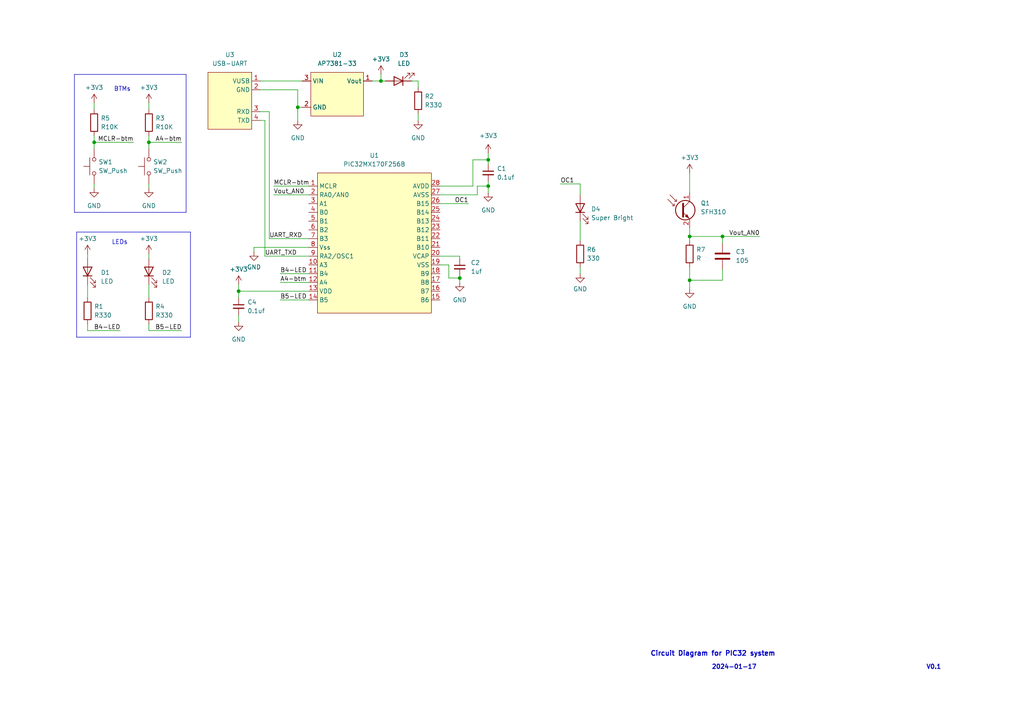
<source format=kicad_sch>
(kicad_sch (version 20230121) (generator eeschema)
  (paper "A4")
  (lib_symbols
    (symbol "Device:C" (pin_numbers hide) (pin_names (offset 0.254))
      (property "Reference" "C" (at 0.635 2.54 0))
      (property "Value" "C" (at 0.635 -2.54 0))
      (symbol "C_0_1"
        (polyline (pts (xy -2.032 -0.762) (xy 2.032 -0.762)) (stroke (width 0.508)))
        (polyline (pts (xy -2.032 0.762) (xy 2.032 0.762)) (stroke (width 0.508)))
      )
      (symbol "C_1_1"
        (pin passive line (at 0 3.81 270) (length 2.794) (name "~") (number "1"))
        (pin passive line (at 0 -3.81 90) (length 2.794) (name "~") (number "2"))
      )
    )
    (symbol "Device:C_Small" (pin_numbers hide) (pin_names (offset 0.254) hide)
      (property "Reference" "C" (at 0.254 1.778 0))
      (property "Value" "C_Small" (at 0.254 -2.032 0))
      (symbol "C_Small_0_1"
        (polyline (pts (xy -1.524 -0.508) (xy 1.524 -0.508)) (stroke (width 0.3302)))
        (polyline (pts (xy -1.524 0.508) (xy 1.524 0.508)) (stroke (width 0.3048)))
      )
      (symbol "C_Small_1_1"
        (pin passive line (at 0 2.54 270) (length 2.032) (name "~") (number "1"))
        (pin passive line (at 0 -2.54 90) (length 2.032) (name "~") (number "2"))
      )
    )
    (symbol "Device:LED" (pin_numbers hide) (pin_names (offset 1.016) hide)
      (property "Reference" "D" (at 0 2.54 0))
      (property "Value" "LED" (at 0 -2.54 0))
      (symbol "LED_0_1"
        (polyline (pts (xy -1.27 -1.27) (xy -1.27 1.27)) (stroke (width 0.254)))
        (polyline (pts (xy -1.27 0) (xy 1.27 0)))
        (polyline (pts (xy 1.27 -1.27) (xy 1.27 1.27) (xy -1.27 0) (xy 1.27 -1.27)) (stroke (width 0.254)))
        (polyline (pts (xy -3.048 -0.762) (xy -4.572 -2.286) (xy -3.81 -2.286) (xy -4.572 -2.286) (xy -4.572 -1.524)))
        (polyline (pts (xy -1.778 -0.762) (xy -3.302 -2.286) (xy -2.54 -2.286) (xy -3.302 -2.286) (xy -3.302 -1.524)))
      )
      (symbol "LED_1_1"
        (pin passive line (at -3.81 0 0) (length 2.54) (name "K") (number "1"))
        (pin passive line (at 3.81 0 180) (length 2.54) (name "A") (number "2"))
      )
    )
    (symbol "Device:R" (pin_numbers hide) (pin_names (offset 0))
      (property "Reference" "R" (at 2.032 0 90))
      (property "Value" "R" (at 0 0 90))
      (symbol "R_0_1"
        (rectangle (start -1.016 -2.54) (end 1.016 2.54) (stroke (width 0.254)))
      )
      (symbol "R_1_1"
        (pin passive line (at 0 3.81 270) (length 1.27) (name "~") (number "1"))
        (pin passive line (at 0 -3.81 90) (length 1.27) (name "~") (number "2"))
      )
    )
    (symbol "Sensor_Optical:SFH300" (pin_names (offset 0) hide)
      (property "Reference" "Q" (at 5.08 1.27 0))
      (property "Value" "SFH300" (at 5.08 -1.27 0))
      (symbol "SFH300_0_1"
        (polyline (pts (xy -1.905 1.27) (xy -2.54 1.27)))
        (polyline (pts (xy -1.27 2.54) (xy -1.905 2.54)))
        (polyline (pts (xy 0.635 0.635) (xy 2.54 2.54)))
        (polyline (pts (xy -3.81 3.175) (xy -1.905 1.27) (xy -1.905 1.905)))
        (polyline (pts (xy -3.175 4.445) (xy -1.27 2.54) (xy -1.27 3.175)))
        (polyline (pts (xy 0.635 -0.635) (xy 2.54 -2.54) (xy 2.54 -2.54)))
        (polyline (pts (xy 0.635 1.905) (xy 0.635 -1.905) (xy 0.635 -1.905)) (stroke (width 0.508)))
        (polyline (pts (xy 1.27 -1.778) (xy 1.778 -1.27) (xy 2.286 -2.286) (xy 1.27 -1.778) (xy 1.27 -1.778)) (fill (type outline)))
        (circle (center 1.27 0) (radius 2.8194) (stroke (width 0.254)))
      )
      (symbol "SFH300_1_1"
        (pin passive line (at 2.54 5.08 270) (length 2.54) (name "C") (number "1"))
        (pin passive line (at 2.54 -5.08 90) (length 2.54) (name "E") (number "2"))
      )
    )
    (symbol "Switch:SW_Push" (pin_numbers hide) (pin_names (offset 1.016) hide)
      (property "Reference" "SW" (at 1.27 2.54 0))
      (property "Value" "SW_Push" (at 0 -1.524 0))
      (symbol "SW_Push_0_1"
        (circle (center -2.032 0) (radius 0.508))
        (polyline (pts (xy 0 1.27) (xy 0 3.048)))
        (polyline (pts (xy 2.54 1.27) (xy -2.54 1.27)))
        (circle (center 2.032 0) (radius 0.508))
        (pin passive line (at -5.08 0 0) (length 2.54) (name "1") (number "1"))
        (pin passive line (at 5.08 0 180) (length 2.54) (name "2") (number "2"))
      )
    )
    (symbol "class-lib:AP7381-33"
      (property "Reference" "U" (at 0 6.35 0))
      (property "Value" "AP7381-33" (at 1.27 -1.27 0))
      (symbol "AP7381-33_0_0"
        (pin power_out line (at 10.16 2.54 180) (length 2.54) (name "Vout") (number "1"))
        (pin unspecified line (at -10.16 -5.08 0) (length 2.54) (name "GND") (number "2"))
        (pin input line (at -10.16 2.54 0) (length 2.54) (name "VIN") (number "3"))
      )
      (symbol "AP7381-33_1_1"
        (rectangle (start -7.62 5.08) (end 7.62 -7.62) (fill (type background)))
      )
    )
    (symbol "class-lib:PIC32MX170F256B"
      (property "Reference" "U1" (at 0 26.67 0))
      (property "Value" "PIC32MX170F256B" (at 0 24.13 0))
      (symbol "PIC32MX170F256B_0_0"
        (pin bidirectional line (at -19.05 17.78 0) (length 2.54) (name "MCLR") (number "1"))
        (pin bidirectional line (at -19.05 -5.08 0) (length 2.54) (name "A3") (number "10"))
        (pin bidirectional line (at -19.05 -7.62 0) (length 2.54) (name "B4") (number "11"))
        (pin bidirectional line (at -19.05 -10.16 0) (length 2.54) (name "A4") (number "12"))
        (pin power_in line (at -19.05 -12.7 0) (length 2.54) (name "VDD") (number "13"))
        (pin bidirectional line (at -19.05 -15.24 0) (length 2.54) (name "B5") (number "14"))
        (pin bidirectional line (at 19.05 -15.24 180) (length 2.54) (name "B6") (number "15"))
        (pin bidirectional line (at 19.05 -12.7 180) (length 2.54) (name "B7") (number "16"))
        (pin bidirectional line (at 19.05 -10.16 180) (length 2.54) (name "B8") (number "17"))
        (pin bidirectional line (at 19.05 -7.62 180) (length 2.54) (name "B9") (number "18"))
        (pin bidirectional line (at 19.05 -5.08 180) (length 2.54) (name "VSS") (number "19"))
        (pin bidirectional line (at 19.05 -2.54 180) (length 2.54) (name "VCAP") (number "20"))
        (pin bidirectional line (at 19.05 0 180) (length 2.54) (name "B10") (number "21"))
        (pin bidirectional line (at 19.05 2.54 180) (length 2.54) (name "B11") (number "22"))
        (pin bidirectional line (at 19.05 5.08 180) (length 2.54) (name "B12") (number "23"))
        (pin bidirectional line (at 19.05 7.62 180) (length 2.54) (name "B13") (number "24"))
        (pin bidirectional line (at 19.05 10.16 180) (length 2.54) (name "B14") (number "25"))
        (pin bidirectional line (at 19.05 12.7 180) (length 2.54) (name "B15") (number "26"))
        (pin bidirectional line (at 19.05 15.24 180) (length 2.54) (name "AVSS") (number "27"))
        (pin power_in line (at 19.05 17.78 180) (length 2.54) (name "AVDD") (number "28"))
        (pin bidirectional line (at -19.05 12.7 0) (length 2.54) (name "A1") (number "3"))
        (pin bidirectional line (at -19.05 10.16 0) (length 2.54) (name "B0") (number "4"))
        (pin bidirectional line (at -19.05 7.62 0) (length 2.54) (name "B1") (number "5"))
        (pin bidirectional line (at -19.05 5.08 0) (length 2.54) (name "B2") (number "6"))
        (pin bidirectional line (at -19.05 2.54 0) (length 2.54) (name "B3") (number "7"))
        (pin bidirectional line (at -19.05 0 0) (length 2.54) (name "Vss") (number "8"))
      )
      (symbol "PIC32MX170F256B_1_0"
        (pin bidirectional line (at -19.05 15.24 0) (length 2.54) (name "RA0/AN0") (number "2"))
        (pin bidirectional line (at -19.05 -2.54 0) (length 2.54) (name "RA2/OSC1") (number "9"))
      )
      (symbol "PIC32MX170F256B_1_1"
        (rectangle (start -16.51 21.59) (end 16.51 -19.05) (fill (type background)))
      )
    )
    (symbol "class-lib:USB-UART"
      (property "Reference" "U" (at 0 3.81 0))
      (property "Value" "USB-UART" (at 2.54 -5.08 0))
      (symbol "USB-UART_0_0"
        (pin power_out line (at -6.35 0 0) (length 2.54) (name "VUSB") (number "1"))
        (pin bidirectional line (at -6.35 -2.54 0) (length 2.54) (name "GND") (number "2"))
        (pin input line (at -6.35 -8.89 0) (length 2.54) (name "RXD") (number "3"))
        (pin output line (at -6.35 -11.43 0) (length 2.54) (name "TXD") (number "4"))
      )
      (symbol "USB-UART_1_1"
        (rectangle (start -3.81 2.54) (end 8.89 -13.97) (fill (type background)))
      )
    )
    (symbol "power:+3V3" (power) (pin_names (offset 0))
      (property "Value" "+3V3" (at 0 3.556 0))
      (symbol "+3V3_0_1"
        (polyline (pts (xy -0.762 1.27) (xy 0 2.54)))
        (polyline (pts (xy 0 0) (xy 0 2.54)))
        (polyline (pts (xy 0 2.54) (xy 0.762 1.27)))
      )
      (symbol "+3V3_1_1"
        (pin power_in line (at 0 0 90) (length 0) hide (name "+3V3") (number "1"))
      )
    )
    (symbol "power:GND" (power) (pin_names (offset 0))
      (property "Value" "GND" (at 0 -3.81 0))
      (symbol "GND_0_1"
        (polyline (pts (xy 0 0) (xy 0 -1.27) (xy 1.27 -1.27) (xy 0 -2.54) (xy -1.27 -1.27) (xy 0 -1.27)))
      )
      (symbol "GND_1_1"
        (pin power_in line (at 0 0 270) (length 0) hide (name "GND") (number "1"))
      )
    )
  )
  (junction (at 141.605 53.975))
  (junction (at 27.305 41.275))
  (junction (at 141.605 46.355))
  (junction (at 200.025 68.58))
  (junction (at 133.35 80.645))
  (junction (at 209.55 68.58))
  (junction (at 200.025 81.28))
  (junction (at 86.36 31.115))
  (junction (at 110.49 23.495))
  (junction (at 69.215 84.455))
  (junction (at 43.18 41.275))
  (wire (pts (xy 79.375 53.975) (xy 89.535 53.975)))
  (polyline (pts (xy 22.225 67.31) (xy 22.225 97.79)))
  (wire (pts (xy 81.28 86.995) (xy 89.535 86.995)))
  (wire (pts (xy 43.18 93.98) (xy 43.18 95.885)))
  (wire (pts (xy 27.305 29.845) (xy 27.305 31.75)))
  (wire (pts (xy 200.025 50.165) (xy 200.025 55.88)))
  (wire (pts (xy 25.4 95.885) (xy 34.925 95.885)))
  (wire (pts (xy 127.635 59.055) (xy 135.89 59.055)))
  (wire (pts (xy 78.105 32.385) (xy 78.105 69.215)))
  (wire (pts (xy 86.36 31.115) (xy 87.63 31.115)))
  (wire (pts (xy 141.605 46.355) (xy 141.605 47.625)))
  (wire (pts (xy 138.43 53.975) (xy 141.605 53.975)))
  (wire (pts (xy 209.55 68.58) (xy 209.55 70.485)))
  (wire (pts (xy 43.18 82.55) (xy 43.18 86.36)))
  (wire (pts (xy 69.215 82.55) (xy 69.215 84.455)))
  (wire (pts (xy 25.4 73.66) (xy 25.4 74.93)))
  (wire (pts (xy 69.215 91.44) (xy 69.215 93.345)))
  (wire (pts (xy 110.49 23.495) (xy 111.76 23.495)))
  (wire (pts (xy 137.16 53.975) (xy 127.635 53.975)))
  (wire (pts (xy 119.38 23.495) (xy 121.285 23.495)))
  (wire (pts (xy 162.56 53.34) (xy 168.275 53.34)))
  (wire (pts (xy 81.28 81.915) (xy 89.535 81.915)))
  (wire (pts (xy 78.105 69.215) (xy 89.535 69.215)))
  (wire (pts (xy 27.305 53.34) (xy 27.305 54.61)))
  (wire (pts (xy 27.305 39.37) (xy 27.305 41.275)))
  (wire (pts (xy 168.275 64.135) (xy 168.275 69.85)))
  (wire (pts (xy 43.18 73.66) (xy 43.18 74.93)))
  (wire (pts (xy 133.35 80.645) (xy 133.35 81.915)))
  (wire (pts (xy 43.18 41.275) (xy 43.18 43.18)))
  (wire (pts (xy 81.28 79.375) (xy 89.535 79.375)))
  (wire (pts (xy 76.835 34.925) (xy 75.565 34.925)))
  (wire (pts (xy 121.285 33.02) (xy 121.285 34.925)))
  (wire (pts (xy 141.605 53.975) (xy 141.605 52.705)))
  (wire (pts (xy 43.18 95.885) (xy 52.705 95.885)))
  (polyline (pts (xy 21.59 21.59) (xy 21.59 61.595)))
  (wire (pts (xy 141.605 53.975) (xy 141.605 55.88)))
  (wire (pts (xy 79.375 56.515) (xy 89.535 56.515)))
  (wire (pts (xy 86.36 26.035) (xy 86.36 31.115)))
  (wire (pts (xy 27.305 41.275) (xy 38.735 41.275)))
  (wire (pts (xy 209.55 78.105) (xy 209.55 81.28)))
  (wire (pts (xy 43.18 53.34) (xy 43.18 54.61)))
  (wire (pts (xy 78.105 32.385) (xy 75.565 32.385)))
  (wire (pts (xy 209.55 68.58) (xy 220.345 68.58)))
  (wire (pts (xy 130.175 80.645) (xy 133.35 80.645)))
  (wire (pts (xy 127.635 76.835) (xy 130.175 76.835)))
  (wire (pts (xy 110.49 21.59) (xy 110.49 23.495)))
  (wire (pts (xy 137.16 46.355) (xy 137.16 53.975)))
  (wire (pts (xy 127.635 74.295) (xy 133.35 74.295)))
  (wire (pts (xy 168.275 77.47) (xy 168.275 79.375)))
  (wire (pts (xy 69.215 84.455) (xy 89.535 84.455)))
  (wire (pts (xy 25.4 82.55) (xy 25.4 86.36)))
  (wire (pts (xy 200.025 66.04) (xy 200.025 68.58)))
  (polyline (pts (xy 21.59 21.59) (xy 53.975 21.59)))
  (wire (pts (xy 75.565 23.495) (xy 87.63 23.495)))
  (polyline (pts (xy 22.225 97.79) (xy 55.245 97.79)))
  (wire (pts (xy 43.18 39.37) (xy 43.18 41.275)))
  (wire (pts (xy 43.18 29.845) (xy 43.18 31.75)))
  (wire (pts (xy 137.16 46.355) (xy 141.605 46.355)))
  (wire (pts (xy 107.95 23.495) (xy 110.49 23.495)))
  (wire (pts (xy 138.43 56.515) (xy 138.43 53.975)))
  (wire (pts (xy 130.175 76.835) (xy 130.175 80.645)))
  (polyline (pts (xy 55.245 97.79) (xy 55.245 67.31)))
  (polyline (pts (xy 21.59 61.595) (xy 53.975 61.595)))
  (polyline (pts (xy 53.975 61.595) (xy 53.975 21.59)))
  (wire (pts (xy 200.025 81.28) (xy 200.025 83.82)))
  (wire (pts (xy 133.35 80.645) (xy 133.35 80.01)))
  (wire (pts (xy 127.635 56.515) (xy 138.43 56.515)))
  (wire (pts (xy 75.565 26.035) (xy 86.36 26.035)))
  (wire (pts (xy 43.18 41.275) (xy 52.705 41.275)))
  (wire (pts (xy 76.835 74.295) (xy 89.535 74.295)))
  (wire (pts (xy 25.4 93.98) (xy 25.4 95.885)))
  (wire (pts (xy 121.285 23.495) (xy 121.285 25.4)))
  (wire (pts (xy 73.66 71.755) (xy 73.66 73.025)))
  (polyline (pts (xy 22.225 67.31) (xy 55.245 67.31)))
  (wire (pts (xy 69.215 84.455) (xy 69.215 86.36)))
  (wire (pts (xy 200.025 81.28) (xy 200.025 77.47)))
  (wire (pts (xy 200.025 68.58) (xy 200.025 69.85)))
  (wire (pts (xy 76.835 74.295) (xy 76.835 34.925)))
  (wire (pts (xy 168.275 53.34) (xy 168.275 56.515)))
  (wire (pts (xy 86.36 31.115) (xy 86.36 34.925)))
  (wire (pts (xy 141.605 44.45) (xy 141.605 46.355)))
  (wire (pts (xy 27.305 41.275) (xy 27.305 43.18)))
  (wire (pts (xy 200.025 68.58) (xy 209.55 68.58)))
  (wire (pts (xy 89.535 71.755) (xy 73.66 71.755)))
  (wire (pts (xy 209.55 81.28) (xy 200.025 81.28)))
  (wire (pts (xy 133.35 74.295) (xy 133.35 74.93)))
  (text "BTMs" (at 33.02 26.67 0) (effects (font (size 1.27 1.27)) (justify left bottom)))
  (text "LEDs" (at 32.385 71.12 0) (effects (font (size 1.27 1.27)) (justify left bottom)))
  (text "2024-01-17" (at 206.375 194.31 0) (effects (font (size 1.27 1.27) bold) (justify left bottom)))
  (text "Circuit Diagram for PIC32 system" (at 188.595 190.5 0) (effects (font (size 1.4 1.4) (thickness 0.28) bold) (justify left bottom)))
  (text "V0.1" (at 268.605 194.31 0) (effects (font (size 1.27 1.27) bold) (justify left bottom)))
  (label "Vout_AN0" (at 220.345 68.58 180))
  (label "Vout_AN0" (at 79.375 56.515 0))
  (label "OC1" (at 162.56 53.34 0))
  (label "B5-LED" (at 52.705 95.885 180))
  (label "OC1" (at 135.89 59.055 180))
  (label "UART_TXD" (at 76.835 74.295 0))
  (label "B4-LED" (at 81.28 79.375 0))
  (label "MCLR-btm" (at 38.735 41.275 180))
  (label "A4-btm" (at 52.705 41.275 180))
  (label "B4-LED" (at 34.925 95.885 180))
  (label "A4-btm" (at 81.28 81.915 0))
  (label "MCLR-btm" (at 79.375 53.975 0))
  (label "B5-LED" (at 81.28 86.995 0))
  (label "UART_RXD" (at 78.105 69.215 0))
  (symbol (lib_id "power:GND") (at 133.35 81.915 0) (unit 1)
    (property "Reference" "#PWR013" (effects hide))
    (property "Value" "GND" (at 133.35 86.995 0))
  )
  (symbol (lib_id "Device:R") (at 121.285 29.21 0) (unit 1)
    (property "Reference" "R2" (at 123.19 27.94 0) (effects (justify left)))
    (property "Value" "R330" (at 123.19 30.48 0) (effects (justify left)))
  )
  (symbol (lib_id "power:GND") (at 43.18 54.61 0) (unit 1)
    (property "Reference" "#PWR010" (effects hide))
    (property "Value" "GND" (at 43.18 59.69 0))
  )
  (symbol (lib_id "Switch:SW_Push") (at 43.18 48.26 90) (unit 1)
    (property "Reference" "SW2" (at 44.45 46.99 90) (effects (justify right)))
    (property "Value" "SW_Push" (at 44.45 49.53 90) (effects (justify right)))
  )
  (symbol (lib_id "power:+3V3") (at 27.305 29.845 0) (unit 1)
    (property "Reference" "#PWR07" (effects hide))
    (property "Value" "+3V3" (at 27.305 25.4 0))
  )
  (symbol (lib_id "power:+3V3") (at 200.025 50.165 0) (unit 1)
    (property "Reference" "#PWR017" (effects hide))
    (property "Value" "+3V3" (at 200.025 45.72 0))
  )
  (symbol (lib_id "class-lib:USB-UART") (at 69.215 23.495 0) (mirror y) (unit 1)
    (property "Reference" "U3" (at 66.675 15.875 0))
    (property "Value" "USB-UART" (at 66.675 18.415 0))
  )
  (symbol (lib_id "Device:LED") (at 25.4 78.74 90) (unit 1)
    (property "Reference" "D1" (at 29.21 79.0575 90) (effects (justify right)))
    (property "Value" "LED" (at 29.21 81.5975 90) (effects (justify right)))
  )
  (symbol (lib_id "Device:C_Small") (at 69.215 88.9 0) (unit 1)
    (property "Reference" "C4" (at 71.755 87.6363 0) (effects (justify left)))
    (property "Value" "0.1uf" (at 71.755 90.1763 0) (effects (justify left)))
  )
  (symbol (lib_id "Device:R") (at 43.18 35.56 0) (unit 1)
    (property "Reference" "R3" (at 45.085 34.29 0) (effects (justify left)))
    (property "Value" "R10K" (at 45.085 36.83 0) (effects (justify left)))
  )
  (symbol (lib_id "class-lib:PIC32MX170F256B") (at 108.585 71.755 0) (unit 1)
    (property "Reference" "U1" (at 108.585 45.085 0))
    (property "Value" "PIC32MX170F256B" (at 108.585 47.625 0))
  )
  (symbol (lib_id "power:+3V3") (at 43.18 29.845 0) (unit 1)
    (property "Reference" "#PWR08" (effects hide))
    (property "Value" "+3V3" (at 43.18 25.4 0))
  )
  (symbol (lib_id "Device:LED") (at 168.275 60.325 90) (unit 1)
    (property "Reference" "D4" (at 171.45 60.6425 90) (effects (justify right)))
    (property "Value" "Super Bright" (at 171.45 63.1825 90) (effects (justify right)))
  )
  (symbol (lib_id "Switch:SW_Push") (at 27.305 48.26 90) (unit 1)
    (property "Reference" "SW1" (at 28.575 46.99 90) (effects (justify right)))
    (property "Value" "SW_Push" (at 28.575 49.53 90) (effects (justify right)))
  )
  (symbol (lib_id "Sensor_Optical:SFH300") (at 197.485 60.96 0) (unit 1)
    (property "Reference" "Q1" (at 203.2 58.9407 0) (effects (justify left)))
    (property "Value" "SFH310" (at 203.2 61.4807 0) (effects (justify left)))
    (property "Footprint" "LED_THT:LED_D5.0mm_Clear" (effects hide))
    (property "Datasheet" "http://www.osram-os.com/Graphics/XPic2/00101785_0.pdf" (effects hide))
  )
  (symbol (lib_id "Device:LED") (at 115.57 23.495 180) (unit 1)
    (property "Reference" "D3" (at 117.1575 15.875 0))
    (property "Value" "LED" (at 117.1575 18.415 0))
  )
  (symbol (lib_id "Device:R") (at 27.305 35.56 0) (unit 1)
    (property "Reference" "R5" (at 29.21 34.29 0) (effects (justify left)))
    (property "Value" "R10K" (at 29.21 36.83 0) (effects (justify left)))
  )
  (symbol (lib_id "Device:R") (at 25.4 90.17 0) (unit 1)
    (property "Reference" "R1" (at 27.305 88.9 0) (effects (justify left)))
    (property "Value" "R330" (at 27.305 91.44 0) (effects (justify left)))
  )
  (symbol (lib_id "Device:C_Small") (at 133.35 77.47 0) (unit 1)
    (property "Reference" "C2" (at 136.525 76.2063 0) (effects (justify left)))
    (property "Value" "1uf" (at 136.525 78.7463 0) (effects (justify left)))
  )
  (symbol (lib_id "power:GND") (at 86.36 34.925 0) (unit 1)
    (property "Reference" "#PWR01" (effects hide))
    (property "Value" "GND" (at 86.36 40.005 0))
  )
  (symbol (lib_id "power:GND") (at 27.305 54.61 0) (unit 1)
    (property "Reference" "#PWR09" (effects hide))
    (property "Value" "GND" (at 27.305 59.69 0))
  )
  (symbol (lib_id "power:GND") (at 121.285 34.925 0) (unit 1)
    (property "Reference" "#PWR015" (effects hide))
    (property "Value" "GND" (at 121.285 40.005 0))
  )
  (symbol (lib_id "power:GND") (at 200.025 83.82 0) (unit 1)
    (property "Reference" "#PWR018" (effects hide))
    (property "Value" "GND" (at 200.025 88.9 0))
  )
  (symbol (lib_id "power:GND") (at 73.66 73.025 0) (unit 1)
    (property "Reference" "#PWR014" (effects hide))
    (property "Value" "GND" (at 73.66 77.47 0))
  )
  (symbol (lib_id "power:+3V3") (at 110.49 21.59 0) (unit 1)
    (property "Reference" "#PWR03" (effects hide))
    (property "Value" "+3V3" (at 110.49 17.145 0))
  )
  (symbol (lib_id "power:GND") (at 141.605 55.88 0) (unit 1)
    (property "Reference" "#PWR06" (effects hide))
    (property "Value" "GND" (at 141.605 60.96 0))
  )
  (symbol (lib_id "power:+3V3") (at 141.605 44.45 0) (unit 1)
    (property "Reference" "#PWR05" (effects hide))
    (property "Value" "+3V3" (at 141.605 39.37 0))
  )
  (symbol (lib_id "Device:C_Small") (at 141.605 50.165 0) (unit 1)
    (property "Reference" "C1" (at 144.145 48.9013 0) (effects (justify left)))
    (property "Value" "0.1uf" (at 144.145 51.4413 0) (effects (justify left)))
  )
  (symbol (lib_id "Device:R") (at 43.18 90.17 0) (unit 1)
    (property "Reference" "R4" (at 45.085 88.9 0) (effects (justify left)))
    (property "Value" "R330" (at 45.085 91.44 0) (effects (justify left)))
  )
  (symbol (lib_id "Device:R") (at 200.025 73.66 0) (unit 1)
    (property "Reference" "R7" (at 201.93 72.39 0) (effects (justify left)))
    (property "Value" "R" (at 201.93 74.93 0) (effects (justify left)))
  )
  (symbol (lib_id "class-lib:AP7381-33") (at 97.79 26.035 0) (unit 1)
    (property "Reference" "U2" (at 97.79 15.875 0))
    (property "Value" "AP7381-33" (at 97.79 18.415 0))
    (property "Datasheet" "https://www.diodes.com/assets/Datasheets/products_inactive_data/AP7381.pdf" (effects hide))
  )
  (symbol (lib_id "Device:C") (at 209.55 74.295 0) (unit 1)
    (property "Reference" "C3" (at 213.36 73.025 0) (effects (justify left)))
    (property "Value" "105" (at 213.36 75.565 0) (effects (justify left)))
  )
  (symbol (lib_id "power:+3V3") (at 43.18 73.66 0) (unit 1)
    (property "Reference" "#PWR012" (effects hide))
    (property "Value" "+3V3" (at 43.18 69.215 0))
  )
  (symbol (lib_id "power:GND") (at 168.275 79.375 0) (unit 1)
    (property "Reference" "#PWR016" (effects hide))
    (property "Value" "GND" (at 168.275 83.82 0))
  )
  (symbol (lib_id "power:+3V3") (at 69.215 82.55 0) (unit 1)
    (property "Reference" "#PWR02" (effects hide))
    (property "Value" "+3V3" (at 69.215 78.105 0))
  )
  (symbol (lib_id "power:+3V3") (at 25.4 73.66 0) (unit 1)
    (property "Reference" "#PWR011" (effects hide))
    (property "Value" "+3V3" (at 25.4 69.215 0))
  )
  (symbol (lib_id "Device:LED") (at 43.18 78.74 90) (unit 1)
    (property "Reference" "D2" (at 46.99 79.0575 90) (effects (justify right)))
    (property "Value" "LED" (at 46.99 81.5975 90) (effects (justify right)))
  )
  (symbol (lib_id "power:GND") (at 69.215 93.345 0) (unit 1)
    (property "Reference" "#PWR04" (effects hide))
    (property "Value" "GND" (at 69.215 98.425 0))
  )
  (symbol (lib_id "Device:R") (at 168.275 73.66 0) (unit 1)
    (property "Reference" "R6" (at 170.18 72.39 0) (effects (justify left)))
    (property "Value" "330" (at 170.18 74.93 0) (effects (justify left)))
  )
)
</source>
